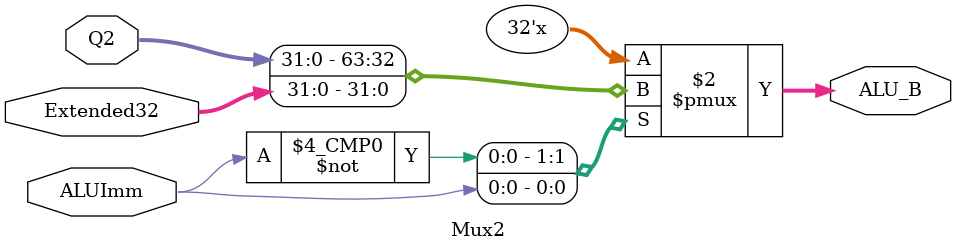
<source format=v>
module Mux2(Q2, Extended32, ALUImm, ALU_B);
  input [31:0] Q2;
  input [31:0] Extended32;
  input ALUImm;
  output reg [31:0] ALU_B;

  always @(Q2, Extended32, ALUImm) begin
    case (ALUImm)
      0 : ALU_B <= Q2;
      1 : ALU_B <= Extended32;
    endcase
  end

  // always @(ALUSrc, ReadData2, Extend32) begin
	// 	case (ALUSrc)
	// 		0: ALU_B <= ReadData2 ;
	// 		1: ALU_B <= Extend32;
	// 	endcase
	// end
endmodule
</source>
